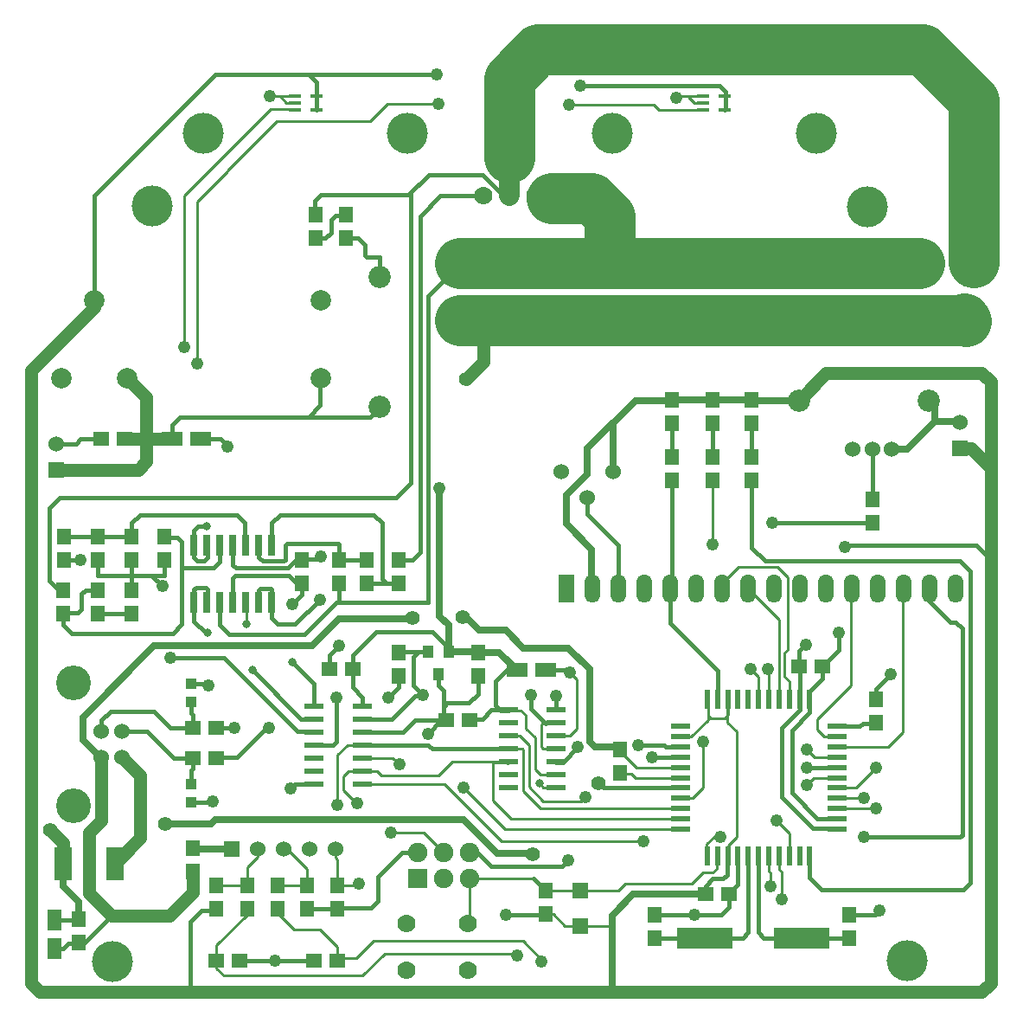
<source format=gtl>
%FSLAX23Y23*%
%MOIN*%
G04 EasyPC Gerber Version 16.0.6 Build 3249 *
%ADD114O,0.06000X0.11000*%
%ADD107R,0.02150X0.07400*%
%ADD90R,0.02500X0.08000*%
%ADD102R,0.03937X0.04291*%
%ADD98R,0.04000X0.04800*%
%ADD92R,0.05500X0.06000*%
%ADD108R,0.05500X0.08000*%
%ADD113R,0.06000X0.11000*%
%ADD103R,0.07000X0.12600*%
%ADD93R,0.06000X0.06000*%
%ADD110R,0.06300X0.06300*%
%ADD111R,0.07500X0.07500*%
%ADD13C,0.01000*%
%ADD116C,0.01500*%
%ADD121C,0.02500*%
%ADD120C,0.03200*%
%ADD118C,0.04800*%
%ADD122C,0.05000*%
%ADD119C,0.05600*%
%ADD94C,0.06000*%
%ADD104C,0.06000*%
%ADD115C,0.07000*%
%ADD89C,0.07000*%
%ADD112C,0.07500*%
%ADD99C,0.07874*%
%ADD100C,0.08600*%
%ADD101C,0.13386*%
%ADD88C,0.15748*%
%ADD105R,0.04600X0.01400*%
%ADD106R,0.07400X0.02150*%
%ADD95R,0.07800X0.02200*%
%ADD96R,0.06000X0.05500*%
%ADD97R,0.08000X0.05500*%
%ADD91R,0.12200X0.07100*%
%ADD109R,0.21654X0.07874*%
%ADD117C,0.19685*%
X0Y0D02*
D02*
D13*
X715Y2942D02*
Y3525D01*
X1050Y3859*
X1140*
X1142Y3857*
X766Y2879D02*
Y3501D01*
X884Y3619*
Y3623*
X1073Y3812*
X1432*
X1499Y3879*
X1695*
X839Y580D02*
Y550D01*
X869Y521*
X1404*
X1491Y607*
X1999*
Y599*
X955Y1875D02*
Y1957D01*
X954Y1958*
X959Y779D02*
Y757D01*
X841Y639*
Y581*
X839Y580*
X959Y869D02*
X841D01*
X1000Y1009D02*
Y979D01*
X959Y938*
Y869*
X1077Y779D02*
Y761D01*
X1140Y698*
X1239*
X1306Y631*
Y581*
X1307Y580*
X1085Y3908D02*
X1048D01*
X1046Y3910*
X1100Y1009D02*
Y1002D01*
X1101Y1001*
X1121*
X1188Y934*
Y873*
X1191Y869*
X1142Y3883D02*
X1111D01*
X1085Y3908*
X1142D02*
X1085D01*
X1191Y869D02*
X1077D01*
X1300Y1009D02*
Y975D01*
X1306Y969*
Y869*
X1382*
X1388Y875*
X1306Y1178D02*
Y1371D01*
X1345Y1410*
X1403*
X1307Y580D02*
X1314D01*
X1321Y588*
X1380*
X1447Y655*
X2022*
X2101Y576*
X2093*
X1384Y1186D02*
X1380D01*
X1329Y1237*
Y1288*
X1349Y1308*
X1400*
X1403Y1310*
Y1260D02*
X1719D01*
X1940Y1040*
X2487*
X1403Y1360D02*
X1521D01*
X1546Y1336*
X1715Y996D02*
Y997D01*
X1640Y1072*
X1514*
X1815Y896D02*
Y727D01*
X1810Y721*
X1815Y896D02*
X2062D01*
X1965Y1345D02*
X1748D01*
X1695Y1292*
X1475*
X1459Y1308*
X1405*
X1403Y1310*
X1965Y1445D02*
X2001D01*
X2003Y1446*
X2010*
X2046Y1410*
Y1249*
X2101Y1194*
X2247*
X2262Y1210*
X2109Y759D02*
X2138D01*
X2184Y714*
X2235*
X2235Y714*
X2243*
X2109Y849D02*
X2241D01*
X2109Y1493D02*
X2149D01*
X2151Y1495*
Y1245D02*
X2101D01*
X2085Y1261*
X2151Y1295D02*
X2091D01*
X2069Y1316*
Y1438*
X2034Y1473*
Y1525*
X2014Y1544*
X1965*
X2151Y1395D02*
X2101D01*
X2093Y1403*
Y1489*
X2097Y1493*
X2109*
X2151Y1445D02*
X2202D01*
X2231Y1473*
Y1662*
X2203Y1690*
X2199Y3875D02*
X2526D01*
X2546Y3855*
X2715*
X2717Y3857*
X2243Y714D02*
X2365D01*
X2365Y714*
X2243Y848D02*
X2388D01*
X2416Y875*
X2672*
X2715Y918*
X2754*
X2770Y934*
Y980*
X2772Y982*
X2396Y1302D02*
X2398D01*
X2400Y1300*
X2440*
X2455Y1284*
X2627*
X2628Y1284*
X2396Y1392D02*
Y1387D01*
X2459Y1324*
X2626*
X2628Y1323*
Y1087D02*
X1952D01*
X1794Y1245*
X2628Y1127D02*
X1975D01*
X1907Y1195*
Y1342*
X1908Y1343*
X1963*
X2628Y1166D02*
X2090D01*
X2022Y1234*
Y1392*
X2019Y1395*
X1965*
X2628Y1205D02*
X2675D01*
X2715Y1245*
Y1422*
X2628Y1441D02*
X2671D01*
X2735Y1505*
Y1525*
X2660Y3910D02*
X2613D01*
X2660D02*
X2715D01*
X2717Y3908*
Y3883D02*
X2684D01*
X2660Y3906*
Y3910*
X2735Y1525D02*
Y1583D01*
X2733Y1585*
X2754Y2182D02*
Y2428D01*
X2782Y1056D02*
X2758D01*
X2731Y1029*
Y983*
X2812Y982D02*
Y1023D01*
X2845Y1056*
Y1462*
X2810Y1497*
Y1583*
X2812Y1585*
Y1527*
X2798Y1513*
X2747*
X2735Y1525*
X2930Y1585D02*
Y1672D01*
X2900Y1702*
X2969Y1585D02*
Y1700D01*
X2967Y1702*
X2975Y867D02*
Y918D01*
X2971Y922*
Y979*
X2969Y982*
X3009Y1585D02*
Y1892D01*
X2888Y2013*
X3018Y816D02*
Y922D01*
X3010Y930*
Y980*
X3009Y982*
X3048D02*
Y1070D01*
X2999Y1119*
X3048Y1585D02*
Y1657D01*
X3030Y1674*
Y1765*
X3042Y1777*
Y2056*
X3003Y2095*
X2853*
X2770Y2013*
X2788*
X3117Y1257D02*
X3144Y1284D01*
X3231*
X3232Y1284*
X3230Y1127D02*
X3232Y1125D01*
Y1166D02*
X3384D01*
X3384Y1166*
X3232Y1205D02*
X3336D01*
X3337Y1206*
X3232Y1245D02*
X3305D01*
X3384Y1324*
X3232Y1363D02*
X3145D01*
X3117Y1391*
X3232Y1402D02*
X3431D01*
X3487Y1458*
Y2012*
X3488Y2013*
X3232Y1441D02*
X3184D01*
X3156Y1469*
Y1509*
X3286Y1639*
Y2011*
X3288Y2013*
X3731Y3044D02*
X3751Y3064D01*
Y3106*
D02*
D88*
X440Y576D03*
X593Y3485D03*
X790Y3765D03*
X1577D03*
X2365D03*
X3152D03*
X3349Y3481D03*
X3503Y580D03*
D02*
D89*
X1871Y3525D03*
X1971D03*
X2071D03*
D02*
D90*
X754Y1958D03*
Y2178D03*
X804Y1958D03*
Y2178D03*
X854Y1958D03*
Y2178D03*
X904Y1958D03*
Y2178D03*
X954Y1958D03*
Y2178D03*
X1004Y1958D03*
Y2178D03*
X1054Y1958D03*
Y2178D03*
D02*
D91*
X1778Y3045D03*
Y3265D03*
X1975Y3045D03*
Y3265D03*
X2172Y3045D03*
Y3265D03*
X2369Y3045D03*
Y3265D03*
X2565Y3045D03*
Y3265D03*
X2762Y3045D03*
Y3265D03*
X2959Y3045D03*
Y3265D03*
X3156Y3045D03*
Y3265D03*
X3353Y3045D03*
Y3265D03*
X3550Y3045D03*
Y3265D03*
D02*
D92*
X251Y1917D03*
Y2007D03*
X254Y2121D03*
Y2211D03*
X310Y649D03*
Y739D03*
X384Y1917D03*
Y2007D03*
Y2121D03*
Y2211D03*
X514Y1917D03*
Y2007D03*
Y2121D03*
Y2211D03*
X640Y2121D03*
Y2211D03*
X751Y921D03*
Y1011D03*
X841Y779D03*
Y869D03*
X959Y779D03*
Y869D03*
X1077Y779D03*
Y869D03*
X1168Y2031D03*
Y2121D03*
X1191Y779D03*
Y869D03*
X1223Y3361D03*
Y3451D03*
X1306Y779D03*
Y869D03*
X1314Y2031D03*
Y2121D03*
X1341Y3361D03*
Y3451D03*
X1420Y2031D03*
Y2121D03*
X1542Y1676D03*
Y1766D03*
Y2031D03*
Y2121D03*
X1849Y1676D03*
Y1766D03*
X2109Y759D03*
Y849D03*
X2396Y1302D03*
Y1392D03*
X2530Y665D03*
Y755D03*
X2597Y2428D03*
Y2518D03*
Y2649D03*
Y2739D03*
X2754Y2428D03*
Y2518D03*
Y2649D03*
Y2739D03*
X2904Y2428D03*
Y2518D03*
Y2649D03*
Y2739D03*
X3278Y665D03*
Y755D03*
X3369Y2267D03*
Y2357D03*
X3384Y1495D03*
Y1585D03*
D02*
D93*
X223Y2469D03*
X900Y1009D03*
X3707Y2552D03*
X3751Y3206D03*
D02*
D94*
X223Y2569D03*
X396Y1363D03*
Y1462D03*
X475Y1363D03*
Y1462D03*
X1000Y1009D03*
X1100D03*
X1200D03*
X1300D03*
X3707Y2652D03*
X3751Y3106D03*
D02*
D95*
X1217Y1260D03*
Y1310D03*
Y1360D03*
Y1410D03*
Y1460D03*
Y1510D03*
Y1560D03*
X1403Y1260D03*
Y1310D03*
Y1360D03*
Y1410D03*
Y1460D03*
Y1510D03*
Y1560D03*
X1965Y1245D03*
Y1295D03*
Y1345D03*
Y1395D03*
Y1445D03*
Y1495D03*
Y1545D03*
X2151Y1245D03*
Y1295D03*
Y1345D03*
Y1395D03*
Y1445D03*
Y1495D03*
Y1545D03*
D02*
D96*
X395Y2588D03*
X485D03*
X749Y1359D03*
Y1477D03*
X839Y1359D03*
Y1477D03*
X839Y580D03*
X929D03*
X1217D03*
X1276Y1702D03*
X1307Y580D03*
X1366Y1702D03*
X1725Y1505D03*
X1815D03*
X2725Y836D03*
X2815D03*
X3087Y1714D03*
X3177D03*
D02*
D97*
X668Y2589D03*
X778Y2588D03*
X1999Y1699D03*
X2109Y1698D03*
D02*
D98*
X1655Y1768D03*
X1695Y1681D03*
X1735Y1768D03*
D02*
D99*
X243Y2824D03*
X369Y3123D03*
X495Y2824D03*
X1243D03*
Y3123D03*
X1971Y3525D02*
Y3674D01*
D02*
D100*
X1471Y2714D03*
Y3214D03*
X3085Y2737D03*
X3585D03*
D02*
D101*
X290Y1176D03*
Y1649D03*
D02*
D102*
X743Y1190D03*
Y1260D03*
Y1576D03*
Y1646D03*
D02*
D103*
X249Y954D03*
X449D03*
D02*
D104*
X2169Y2462D03*
X2269Y2362D03*
X2369Y2462D03*
X3293Y2548D03*
X3368D03*
X3443D03*
D02*
D105*
X1142Y3857D03*
Y3883D03*
Y3908D03*
X1225Y3857D03*
Y3908D03*
X2717Y3857D03*
Y3883D03*
Y3908D03*
X2800Y3857D03*
Y3908D03*
D02*
D106*
X2628Y1087D03*
Y1125D03*
Y1166D03*
Y1205D03*
Y1245D03*
Y1284D03*
Y1323D03*
Y1363D03*
Y1402D03*
Y1441D03*
Y1481D03*
X3232Y1087D03*
Y1125D03*
Y1166D03*
Y1205D03*
Y1245D03*
Y1284D03*
Y1323D03*
Y1363D03*
Y1402D03*
Y1441D03*
Y1481D03*
D02*
D107*
X2733Y982D03*
Y1585D03*
X2772Y982D03*
Y1585D03*
X2812Y982D03*
Y1585D03*
X2851Y982D03*
Y1585D03*
X2891Y982D03*
Y1585D03*
X2930Y982D03*
Y1585D03*
X2969Y982D03*
Y1585D03*
X3009Y982D03*
Y1585D03*
X3048Y982D03*
Y1585D03*
X3088Y982D03*
Y1585D03*
X3127Y982D03*
Y1585D03*
D02*
D108*
X215Y627D03*
X216Y737D03*
D02*
D109*
X2723Y666D03*
X3097D03*
D02*
D110*
X2243Y714D03*
Y848D03*
D02*
D111*
X1615Y896D03*
D02*
D112*
Y996D03*
X1715Y896D03*
Y996D03*
X1815Y896D03*
Y996D03*
D02*
D113*
X2188Y2013D03*
D02*
D114*
X2288D03*
X2388D03*
X2488D03*
X2588D03*
X2688D03*
X2788D03*
X2888D03*
X2988D03*
X3088D03*
X3188D03*
X3288D03*
X3388D03*
X3488D03*
X3588D03*
X3688D03*
D02*
D115*
X1573Y544D03*
Y721D03*
X1810Y544D03*
Y721D03*
D02*
D116*
X215Y627D02*
X251D01*
X270Y647*
X307*
X310Y649*
X216Y737D02*
X308D01*
X310Y739*
X251Y1917D02*
Y1871D01*
X282Y1840*
X672*
X707Y1875*
Y2092*
X254Y2211D02*
X384D01*
X310Y649D02*
X332D01*
X436Y753*
X317Y2123D02*
X256D01*
X254Y2121*
X369Y3123D02*
Y3525D01*
X837Y3993*
X1195*
X384Y1917D02*
X514D01*
X384Y2007D02*
X335D01*
X321Y1993*
Y1934*
X306Y1918*
X252*
X251Y1917*
X384Y2211D02*
X514D01*
X395Y2588D02*
X317D01*
X298Y2568*
X225*
X223Y2569*
X396Y1462D02*
Y1505D01*
X432Y1540*
X601*
X664Y1477*
X749*
X475Y1462D02*
X573D01*
X676Y1359*
X749*
X514Y2007D02*
Y2064D01*
X384*
Y2121*
X514D02*
Y2064D01*
Y2211D02*
Y2265D01*
X546Y2296*
X920*
X951Y2265*
Y2181*
X954Y2178*
X573Y2064D02*
X589D01*
X632Y2021*
X573Y2064D02*
X514D01*
X640Y458D02*
X715D01*
X739Y481*
Y729*
X782Y773*
X835*
X841Y779*
X640Y2121D02*
Y2064D01*
X573*
X668Y2589D02*
Y2643D01*
X699Y2674*
X1195*
X707Y2092D02*
Y2194D01*
X691Y2210*
X642*
X640Y2211*
X743Y1190D02*
X822D01*
X825Y1194*
X743Y1646D02*
X802D01*
X810Y1639*
X749Y1359D02*
Y1318D01*
X743Y1312*
Y1260*
X749Y1477D02*
Y1526D01*
X743Y1532*
Y1576*
X754Y1958D02*
Y2008D01*
X762Y2017*
X798*
X806Y2009*
Y1959*
X804Y1958*
X754Y2178D02*
Y2131D01*
X766Y2119*
X794*
X806Y2131*
Y2176*
X804Y2178*
X778Y2588D02*
X857D01*
X884Y2560*
X802Y2253D02*
X770D01*
X754Y2237*
Y2178*
X754Y2178*
X806Y1843D02*
X798D01*
X754Y1887*
Y1958*
X754Y1958*
X839Y1359D02*
X857D01*
X861Y1363*
X920*
X1034Y1477*
X1042*
X839D02*
X908D01*
X854Y2178D02*
Y2116D01*
X829Y2092*
X707*
X929Y580D02*
X1065D01*
X1004Y1958D02*
Y2006D01*
X1010Y2013*
X1050*
X1054Y2009*
Y1958*
X1054Y1958*
X1004Y2178D02*
Y2133D01*
X1018Y2119*
X1101*
X1105Y2123*
Y2178*
X1113Y2186*
X1310*
X1314Y2182*
Y2121*
X1054Y1958D02*
Y1898D01*
X1077Y1875*
X1144*
X1239Y1969*
X1054Y2178D02*
Y2265D01*
X1085Y2296*
X1447*
X1479Y2265*
Y2048*
X1495Y2032*
X1540*
X1542Y2031*
X1168D02*
Y1989D01*
X1132Y1954*
X1168Y2031D02*
Y2032D01*
X1148*
X1119Y2062*
X914*
X904Y2052*
Y1958*
X1168Y2121D02*
X1146D01*
X1117Y2092*
X916*
X904Y2103*
Y2178*
X1195Y2674D02*
X1432D01*
X1471Y2714*
X1195Y2674D02*
X1239Y2718D01*
Y2820*
X1243Y2824*
X1195Y3993D02*
X1691D01*
X1195D02*
X1227Y3962D01*
Y3859*
X1225Y3857*
X1217Y1260D02*
X1144D01*
X1125Y1241*
X1217Y1410D02*
X1290D01*
X1302Y1422*
Y1592*
X1217Y1460D02*
X1193D01*
X1191Y1462*
X1152*
X869Y1745*
X664*
X1217Y1510D02*
X1166D01*
X979Y1698*
X1217Y1560D02*
Y1645D01*
X1132Y1729*
X1217Y580D02*
X1065D01*
X1223Y3361D02*
X1261D01*
X1282Y3383*
Y3434*
X1298Y3450*
X1339*
X1341Y3451*
X1243Y2135D02*
X1239D01*
X1231Y2127*
X1174*
X1168Y2121*
X1276Y1702D02*
Y1755D01*
X1314Y1792*
X1306Y779D02*
X1191D01*
X1314Y1958D02*
X1656D01*
Y3139*
X1770Y3253*
Y3257*
X1778Y3265*
X1314Y1958D02*
X1302D01*
X1180Y1836*
X888*
X853Y1871*
Y1957*
X854Y1958*
X1314Y2031D02*
Y1958D01*
Y2121D02*
X1420D01*
X1403Y1410D02*
X1656D01*
X1672Y1395*
X1965*
X1403Y1460D02*
X1560D01*
X1605Y1505*
X1725*
X1403Y1510D02*
X1516D01*
X1605Y1599*
X1632*
X1636Y1603*
X1403Y1560D02*
Y1593D01*
X1365Y1631*
Y1700*
X1366Y1701*
Y1702*
X1471Y3214D02*
Y3288D01*
X1420*
X1412Y3296*
Y3336*
X1386Y3361*
X1341*
X1542Y1676D02*
Y1631D01*
X1503Y1592*
X1542Y2031D02*
X1420D01*
X1542Y2121D02*
X1595D01*
X1625Y2151*
Y3446*
X1703Y3525*
X1871*
X1581Y3529D02*
X1589D01*
Y2418*
X1534Y2363*
X235*
X195Y2324*
Y2044*
X227Y2013*
X244*
X251Y2007*
X1581Y3529D02*
X1243D01*
X1219Y3505*
Y3455*
X1223Y3451*
X1615Y996D02*
X1557D01*
X1463Y903*
Y808*
X1436Y781*
X1307*
X1306Y779*
X1655Y1768D02*
X1620D01*
X1601Y1749*
Y1639*
X1636Y1603*
X1655Y1768D02*
X1544D01*
X1542Y1766*
X1695Y1681D02*
Y1639D01*
X1715Y1619*
Y1556*
Y1515*
X1725Y1505*
X1707*
X1656Y1454*
X1735Y1768D02*
Y1784D01*
X1672Y1847*
X1455*
X1365Y1757*
Y1703*
X1366Y1702*
X1778Y3045D02*
X2762D01*
X1815Y996D02*
X1846D01*
X1900Y942*
X2172*
X2195Y966*
X1849Y1676D02*
Y1607D01*
X1814Y1572*
X1731*
X1715Y1556*
X1955Y757D02*
X2107D01*
X2109Y759*
X1963Y1343D02*
X1965Y1345D01*
Y1545D02*
X1901D01*
X1865Y1509*
X1819*
X1815Y1505*
X1965Y1544D02*
X1965Y1545D01*
X1971Y3525D02*
X1947D01*
X1865Y3607*
X1660*
X1581Y3529*
X1999Y1699D02*
X1960D01*
X1916Y1655*
Y1564*
X1936Y1544*
X1964*
X1965Y1545*
X2054Y1603D02*
Y1548D01*
X2109Y1493*
X2062Y896D02*
X2109Y849D01*
X2109Y1698D02*
X2195D01*
X2203Y1690*
X2132Y3517D02*
X2125Y3525D01*
X2071*
X2151Y1345D02*
Y1343D01*
X2176*
X2234Y1401*
X2151Y1545D02*
Y1597D01*
X2148Y1599*
X2241Y849D02*
X2243Y848D01*
Y3950D02*
X2778D01*
X2802Y3926*
Y3859*
X2800Y3857*
X2269Y2362D02*
Y2298D01*
X2388Y2178*
Y2014*
X2388Y2013*
X2314Y1261D02*
X2317D01*
X2333Y1245*
X2624*
X2625Y1245*
X2628*
X2467Y1410D02*
X2565D01*
X2573Y1403*
X2627*
X2628Y1402*
X2518Y1363D02*
X2627D01*
X2628Y1363*
X2530Y755D02*
X2681D01*
X2684Y757*
X2565Y3265D02*
X2652D01*
X2597Y2428D02*
Y2022D01*
X2588Y2013*
X2597Y2649D02*
Y2518D01*
Y2739D02*
Y2737D01*
X2613Y3910D02*
Y3903D01*
X2628Y1125D02*
Y1127D01*
Y1166D02*
Y1166D01*
X2723Y666D02*
X2532D01*
X2530Y665*
X2725Y836D02*
Y865D01*
X2754Y895*
X2794*
X2810Y910*
Y979*
X2812Y982*
X2731Y983D02*
X2733Y982D01*
X2754Y2649D02*
Y2518D01*
X2762Y3265D02*
X2861D01*
X2772Y1585D02*
Y1696D01*
X2589Y1879*
Y2011*
X2588Y2013*
X2815Y836D02*
Y786D01*
X2786Y757*
X2684*
X2851Y982D02*
Y871D01*
X2815Y836*
X2891Y982D02*
Y688D01*
X2869Y666*
X2723*
X2904Y2428D02*
Y2170D01*
X2955Y2119*
X3707*
X3747Y2080*
Y879*
X3719Y851*
X3172*
X3125Y899*
Y979*
X3127Y982*
X2904Y2649D02*
Y2518D01*
X2930Y982D02*
Y688D01*
X2951Y666*
X3097*
X2959Y3045D02*
X2991D01*
X2959Y3265D02*
X2967D01*
X2983Y2265D02*
X3369D01*
Y2267*
X3087Y1714D02*
Y1771D01*
X3113Y1796*
X3088Y1585D02*
Y1547D01*
X3018Y1477*
Y1210*
X3140Y1088*
X3231*
X3232Y1087*
X3088Y1585D02*
Y1713D01*
X3087Y1714*
X3097Y666D02*
X3276D01*
X3278Y665*
X3117Y1324D02*
X3230D01*
X3232Y1323*
X3127Y1585D02*
Y1617D01*
X3176Y1666*
Y1712*
X3177Y1714*
X3127Y1585D02*
Y1535D01*
X3058Y1466*
Y1225*
X3156Y1127*
X3230*
X3156Y3045D02*
X3207D01*
X3156Y3265D02*
X3176D01*
X3232Y1481D02*
X3321D01*
X3333Y1493*
X3382*
X3384Y1495*
X3239Y1843D02*
Y1775D01*
X3177Y1714*
X3278Y755D02*
X3378D01*
X3396Y773*
X3353Y3045D02*
X3428D01*
X3353Y3265D02*
X3440D01*
X3369Y2357D02*
Y2548D01*
X3368Y2548*
X3384Y1585D02*
Y1627D01*
X3440Y1682*
X3550Y3045D02*
X3644D01*
X3588Y2013D02*
Y1963D01*
X3668Y1883*
X3691*
X3715Y1859*
Y1064*
X3707Y1056*
X3337*
X3758Y3269D02*
Y3206D01*
X3751*
X3825Y2084D02*
Y2123D01*
X3770Y2178*
X3266*
X3262Y2174*
D02*
D117*
X1778Y3045D02*
X1869D01*
X1778Y3265D02*
X2069D01*
Y3265*
X2357*
Y3446*
X2286Y3517*
X2132*
X1869Y3045D02*
X1975D01*
X1971Y3674D02*
Y3977D01*
X2081Y4088*
X3562*
X3758Y3891*
Y3269*
X1975Y3045D02*
X2991D01*
X2369Y3265D02*
X2652D01*
X2861*
X2967*
X3176*
X2991Y3045D02*
X3207D01*
X3176Y3265D02*
X3440D01*
X3207Y3045D02*
X3428D01*
X3644*
X3440Y3265D02*
X3550D01*
X3644Y3045D02*
X3715D01*
X3723Y3052*
X3731Y3044*
D02*
D118*
X317Y2123D03*
X632Y2021D03*
X664Y1745D03*
X715Y2942D03*
X766Y2879D03*
X810Y1639D03*
X825Y1194D03*
X884Y2560D03*
X908Y1477D03*
X1042D03*
X1046Y3910D03*
X1065Y580D03*
X1125Y1241D03*
X1132Y1954D03*
X1239Y1969D03*
X1243Y2135D03*
X1302Y1592D03*
X1306Y1178D03*
X1314Y1792D03*
X1384Y1186D03*
X1388Y875D03*
X1503Y1592D03*
X1514Y1072D03*
X1546Y1336D03*
X1636Y1603D03*
X1656Y1454D03*
X1691Y3993D03*
X1695Y3879D03*
X1699Y2399D03*
X1794Y1245D03*
X1955Y757D03*
X1999Y599D03*
X2054Y1603D03*
X2093Y576D03*
X2148Y1599D03*
X2195Y966D03*
X2199Y3875D03*
X2203Y1690D03*
X2234Y1401D03*
X2243Y3950D03*
X2262Y1210D03*
X2467Y1410D03*
X2487Y1040D03*
X2518Y1363D03*
X2613Y3903D03*
X2684Y757D03*
X2715Y1422D03*
X2754Y2182D03*
X2782Y1056D03*
X2900Y1702D03*
X2967D03*
X2975Y867D03*
X2983Y2265D03*
X2999Y1119D03*
X3018Y816D03*
X3113Y1796D03*
X3117Y1257D03*
Y1324D03*
Y1391D03*
X3239Y1843D03*
X3262Y2174D03*
X3337Y1056D03*
Y1206D03*
X3384Y1166D03*
Y1324D03*
X3396Y773D03*
X3440Y1682D03*
D02*
D119*
X199Y1084D03*
X644Y1107D03*
X1597Y1899D03*
X1790Y1903D03*
X1802Y2820D03*
X2058Y989D03*
X2314Y1261D03*
D02*
D120*
X802Y2253D03*
X806Y1843D03*
X955Y1875D03*
X979Y1698D03*
X1132Y1729D03*
X2085Y1261D03*
D02*
D121*
X249Y954D02*
Y866D01*
X310Y805*
Y739*
X396Y1363D02*
X392D01*
X325Y1430*
Y1517*
X601Y1792*
X1211*
X1314Y1895*
X1593*
X1597Y1899*
X644Y1107D02*
X821D01*
X837Y1123*
X1794*
X1924Y993*
X2054*
X2058Y989*
X900Y1009D02*
X752D01*
X751Y1011*
X1699Y2399D02*
Y1906D01*
X1735Y1871*
Y1769*
X1735Y1768*
X1847*
X1849Y1766*
X1790Y1903D02*
X1802D01*
X1853Y1851*
X1955*
X2022Y1784*
X2195*
X2278Y1702*
Y1422*
X2298Y1403*
X2386*
X2396Y1392*
X1849Y1766D02*
X1931D01*
X1999Y1699*
X2365Y458D02*
Y714D01*
Y753*
X2447Y836*
X2725*
X2369Y2649D02*
X2367D01*
X2270Y2552*
Y2454*
X2188Y2371*
Y2261*
X2286Y2162*
Y2014*
X2288Y2013*
X2369Y2649D02*
Y2462D01*
X2597Y2737D02*
X2457D01*
X2369Y2649*
X2754Y2739D02*
X2597D01*
X2904D02*
X2754D01*
X3085Y2737D02*
X2906D01*
X2904Y2739*
X3443Y2548D02*
X3503D01*
X3609Y2655*
Y2714*
X3585Y2737*
X3609Y2655D02*
X3705D01*
X3707Y2652*
D02*
D122*
X223Y2469D02*
X538D01*
X569Y2501*
Y2749*
X495Y2824*
X249Y954D02*
Y1034D01*
X199Y1084*
X369Y3123D02*
Y3095D01*
X125Y2851*
Y493*
X160Y458*
X640*
X396Y1363D02*
Y1119D01*
X349Y1072*
Y840*
X436Y753*
X660*
X751Y843*
Y921*
X475Y1363D02*
X546Y1292D01*
Y1051*
X449Y954*
X485Y2588D02*
X667D01*
X668Y2589*
X640Y458D02*
X2365D01*
X1869Y3045D02*
Y2887D01*
X1802Y2820*
X2365Y458D02*
X3790D01*
X3825Y493*
Y2084*
X3707Y2552D02*
X3751D01*
X3825Y2477*
Y2084D02*
Y2477D01*
Y2808*
X3790Y2843*
X3191*
X3085Y2737*
X0Y0D02*
M02*

</source>
